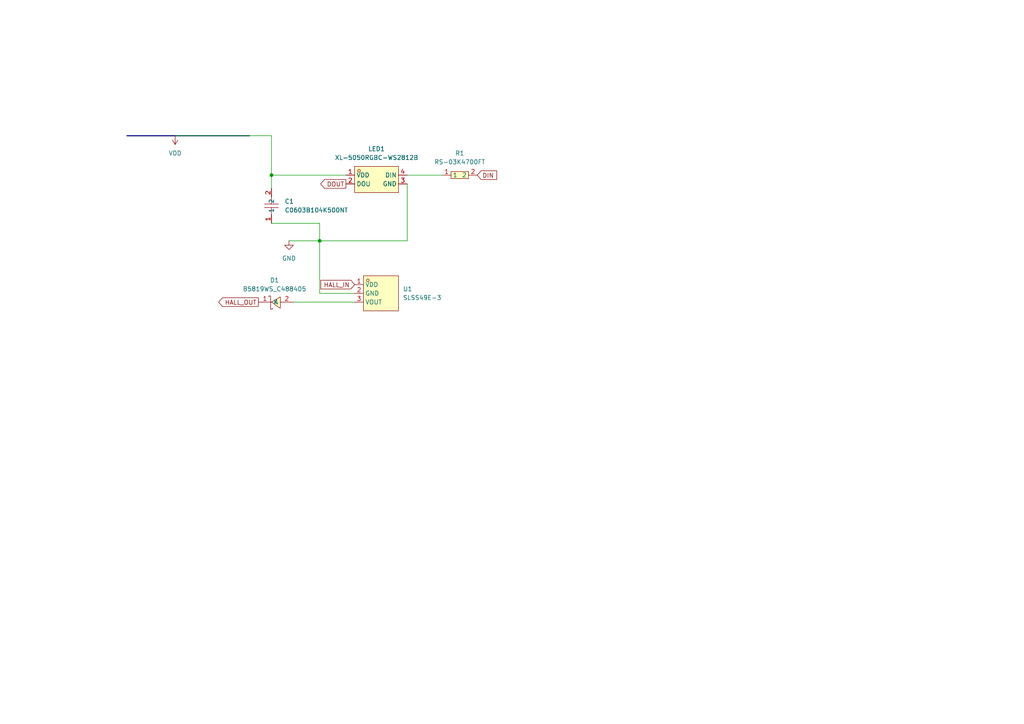
<source format=kicad_sch>
(kicad_sch (version 20231120) (generator "eeschema") (generator_version "8.0")
  (paper "A4")
  (lib_symbols
    (symbol "easyeda2kicad:B5819WS_C488405"
      (property "Reference" "D" (at 0 5.08 0))
      (property "Value" "B5819WS_C488405" (at 0 -5.08 0))
      (symbol "B5819WS_C488405_0_1"
        (polyline (pts (xy -1.27 -1.52) (xy 1.27 0) (xy -1.27 1.78) (xy -1.27 -1.52)) (fill (type background)))
        (polyline (pts (xy 2.03 -1.52) (xy 2.03 -1.78) (xy 1.52 -1.78) (xy 1.52 2.03) (xy 1.02 2.03) (xy 1.02 1.78)))
        (pin unspecified line (at 5.08 0 180) (length 3.81) (name "K") (number "1"))
        (pin unspecified line (at -5.08 0 0) (length 3.81) (name "A") (number "2"))
      )
    )
    (symbol "easyeda2kicad:C0603B104K500NT"
      (property "Reference" "C" (at 0 5.08 0))
      (property "Value" "C0603B104K500NT" (at 0 -5.08 0))
      (symbol "C0603B104K500NT_0_1"
        (polyline (pts (xy -0.51 -2.03) (xy -0.51 2.03)))
        (polyline (pts (xy -0.51 0) (xy -2.54 0)))
        (polyline (pts (xy 0.51 2.03) (xy 0.51 -2.03)))
        (polyline (pts (xy 2.54 0) (xy 0.51 0)))
        (pin unspecified line (at -5.08 0 0) (length 2.54) (name "1") (number "1"))
        (pin unspecified line (at 5.08 0 180) (length 2.54) (name "2") (number "2"))
      )
    )
    (symbol "easyeda2kicad:RS-03K4700FT"
      (property "Reference" "R" (at 0 5.08 0))
      (property "Value" "RS-03K4700FT" (at 0 -5.08 0))
      (symbol "RS-03K4700FT_0_1"
        (rectangle (start -2.54 1.02) (end 2.54 -1.02) (fill (type background)))
        (pin input line (at -5.08 0 0) (length 2.54) (name "1") (number "1"))
        (pin input line (at 5.08 0 180) (length 2.54) (name "2") (number "2"))
      )
    )
    (symbol "easyeda2kicad:SLSS49E-3"
      (property "Reference" "U" (at 0 7.62 0))
      (property "Value" "SLSS49E-3" (at 0 -7.62 0))
      (symbol "SLSS49E-3_0_1"
        (rectangle (start -5.08 5.08) (end 5.08 -5.08) (fill (type background)))
        (circle (center -3.81 3.81) (radius 0.38))
        (pin unspecified line (at -7.62 2.54 0) (length 2.54) (name "VDD") (number "1"))
        (pin unspecified line (at -7.62 0 0) (length 2.54) (name "GND") (number "2"))
        (pin unspecified line (at -7.62 -2.54 0) (length 2.54) (name "VOUT") (number "3"))
      )
    )
    (symbol "easyeda2kicad:XL-5050RGBC-WS2812B"
      (property "Reference" "LED" (at 0 6.35 0))
      (property "Value" "XL-5050RGBC-WS2812B" (at 0 -6.35 0))
      (symbol "XL-5050RGBC-WS2812B_0_1"
        (rectangle (start -6.35 3.81) (end 6.35 -3.81) (fill (type background)))
        (circle (center -5.08 2.54) (radius 0.38))
        (pin unspecified line (at -8.89 1.27 0) (length 2.54) (name "VDD") (number "1"))
        (pin unspecified line (at -8.89 -1.27 0) (length 2.54) (name "DOU") (number "2"))
        (pin unspecified line (at 8.89 -1.27 180) (length 2.54) (name "GND") (number "3"))
        (pin unspecified line (at 8.89 1.27 180) (length 2.54) (name "DIN") (number "4"))
      )
    )
    (symbol "power:GND" (power) (pin_numbers hide) (pin_names (offset 0) hide)
      (property "Value" "GND" (at 0 -3.81 0))
      (symbol "GND_0_1"
        (polyline (pts (xy 0 0) (xy 0 -1.27) (xy 1.27 -1.27) (xy 0 -2.54) (xy -1.27 -1.27) (xy 0 -1.27)))
      )
      (symbol "GND_1_1"
        (pin power_in line (at 0 0 270) (length 0) (name "~") (number "1"))
      )
    )
    (symbol "power:VDD" (power) (pin_numbers hide) (pin_names (offset 0) hide)
      (property "Value" "VDD" (at 0 3.556 0))
      (symbol "VDD_0_1"
        (polyline (pts (xy -0.762 1.27) (xy 0 2.54)))
        (polyline (pts (xy 0 0) (xy 0 2.54)))
        (polyline (pts (xy 0 2.54) (xy 0.762 1.27)))
      )
      (symbol "VDD_1_1"
        (pin power_in line (at 0 0 90) (length 0) (name "~") (number "1"))
      )
    )
  )
  (junction (at 92.71 69.85))
  (junction (at 78.74 50.8))
  (wire (pts (xy 100.33 50.8) (xy 78.74 50.8)))
  (wire (pts (xy 78.74 50.8) (xy 78.74 54.61)))
  (wire (pts (xy 118.11 50.8) (xy 128.27 50.8)))
  (wire (pts (xy 92.71 69.85) (xy 83.82 69.85)))
  (wire (pts (xy 85.09 87.63) (xy 102.87 87.63)))
  (wire (pts (xy 78.74 64.77) (xy 92.71 64.77)))
  (wire (pts (xy 102.87 85.09) (xy 92.71 85.09)))
  (wire (pts (xy 78.74 50.8) (xy 78.74 39.37)))
  (wire (pts (xy 92.71 64.77) (xy 92.71 69.85)))
  (bus (pts (xy 36.83 39.37) (xy 72.39 39.37)))
  (wire (pts (xy 92.71 69.85) (xy 118.11 69.85)))
  (wire (pts (xy 50.8 39.37) (xy 78.74 39.37)))
  (wire (pts (xy 118.11 53.34) (xy 118.11 69.85)))
  (wire (pts (xy 92.71 85.09) (xy 92.71 69.85)))
  (global_label "HALL_IN" (shape input) (at 102.87 82.55 180) (property "Intersheetrefs" "${INTERSHEET_REFS}" (effects (hide yes))))
  (global_label "HALL_OUT" (shape output) (at 74.93 87.63 180) (property "Intersheetrefs" "${INTERSHEET_REFS}" (effects (hide yes))))
  (global_label "DOUT" (shape output) (at 100.33 53.34 180) (property "Intersheetrefs" "${INTERSHEET_REFS}" (effects (hide yes))))
  (global_label "DIN" (shape input) (at 138.43 50.8 0) (property "Intersheetrefs" "${INTERSHEET_REFS}" (effects (hide yes))))
  (symbol (lib_id "power:GND") (at 83.82 69.85 0) (unit 1)
    (property "Reference" "#PWR01" (effects (hide yes)))
    (property "Value" "GND" (at 83.82 74.93 0))
    (property "Description" "Power symbol creates a global label with name \"GND\" , ground" (effects (hide yes)))
  )
  (symbol (lib_id "easyeda2kicad:SLSS49E-3") (at 110.49 85.09 0) (unit 1)
    (property "Reference" "U1" (at 116.84 83.8199 0) (effects (justify left)))
    (property "Value" "SLSS49E-3" (at 116.84 86.3599 0) (effects (justify left)))
    (property "Footprint" "easyeda2kicad:SOT-23-3_L2.9-W1.6-P1.90-LS2.8-BR-CW" (effects (hide yes)))
    (property "LCSC Part" "C2904393" (effects (hide yes)))
  )
  (symbol (lib_id "easyeda2kicad:B5819WS_C488405") (at 80.01 87.63 180) (unit 1)
    (property "Reference" "D1" (at 79.63 81.28 0))
    (property "Value" "B5819WS_C488405" (at 79.63 83.82 0))
    (property "Footprint" "easyeda2kicad:SOD-323_L1.8-W1.3-LS2.5-RD" (effects (hide yes)))
    (property "Datasheet" "https://lcsc.com/product-detail/New-Arrivals_Slkor-SLKORMICRO-Elec-B5819WS_C488405.html" (effects (hide yes)))
    (property "LCSC Part" "C488405" (effects (hide yes)))
  )
  (symbol (lib_id "easyeda2kicad:C0603B104K500NT") (at 78.74 59.69 90) (unit 1)
    (property "Reference" "C1" (at 82.55 58.4199 90) (effects (justify right)))
    (property "Value" "C0603B104K500NT" (at 82.55 60.9599 90) (effects (justify right)))
    (property "Footprint" "easyeda2kicad:C0603" (effects (hide yes)))
    (property "Datasheet" "https://lcsc.com/product-detail/New-Quadratic-Unclassified-Data_C0603B104K500NT_C478888.html" (effects (hide yes)))
    (property "LCSC Part" "C478888" (effects (hide yes)))
  )
  (symbol (lib_id "easyeda2kicad:XL-5050RGBC-WS2812B") (at 109.22 52.07 0) (unit 1)
    (property "Reference" "LED1" (at 109.22 43.18 0))
    (property "Value" "XL-5050RGBC-WS2812B" (at 109.22 45.72 0))
    (property "Footprint" "easyeda2kicad:LED-SMD_4P-L5.0-W5.0-BL_XL-5050RGBC" (effects (hide yes)))
    (property "LCSC Part" "C2843785" (effects (hide yes)))
  )
  (symbol (lib_id "easyeda2kicad:RS-03K4700FT") (at 133.35 50.8 0) (unit 1)
    (property "Reference" "R1" (at 133.35 44.45 0))
    (property "Value" "RS-03K4700FT" (at 133.35 46.99 0))
    (property "Footprint" "easyeda2kicad:R0603" (effects (hide yes)))
    (property "Datasheet" "https://lcsc.com/product-detail/Chip-Resistor-Surface-Mount_470R-470R-1_C116694.html" (effects (hide yes)))
    (property "LCSC Part" "C116694" (effects (hide yes)))
  )
  (symbol (lib_id "power:VDD") (at 50.8 39.37 180) (unit 1)
    (property "Reference" "#PWR03" (effects (hide yes)))
    (property "Value" "VDD" (at 50.8 44.45 0))
    (property "Description" "Power symbol creates a global label with name \"VDD\"" (effects (hide yes)))
  )
)
</source>
